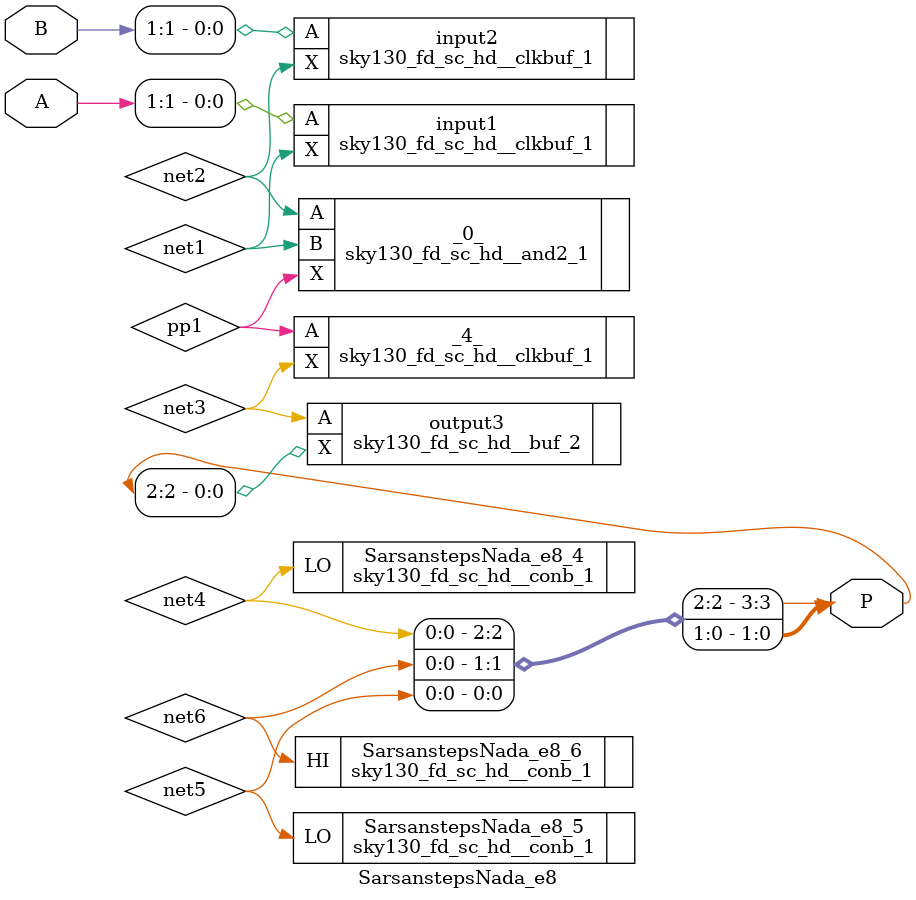
<source format=v>
module SarsanstepsNada_e8 (A,
    B,
    P);
 input [1:0] A;
 input [1:0] B;
 output [3:0] P;

 wire net6;
 wire net5;
 wire pp1;
 wire net1;
 wire net2;
 wire net3;
 wire net4;

 sky130_fd_sc_hd__and2_1 _0_ (.A(net2),
    .B(net1),
    .X(pp1));
 sky130_ef_sc_hd__decap_12 FILLER_0_3 ();
 sky130_fd_sc_hd__conb_1 SarsanstepsNada_e8_5 (.LO(net5));
 sky130_fd_sc_hd__conb_1 SarsanstepsNada_e8_6 (.HI(net6));
 sky130_fd_sc_hd__clkbuf_1 _4_ (.A(pp1),
    .X(net3));
 sky130_fd_sc_hd__decap_3 PHY_EDGE_ROW_0_Right_0 ();
 sky130_fd_sc_hd__decap_3 PHY_EDGE_ROW_1_Right_1 ();
 sky130_fd_sc_hd__decap_3 PHY_EDGE_ROW_2_Right_2 ();
 sky130_fd_sc_hd__decap_3 PHY_EDGE_ROW_3_Right_3 ();
 sky130_fd_sc_hd__decap_3 PHY_EDGE_ROW_4_Right_4 ();
 sky130_fd_sc_hd__decap_3 PHY_EDGE_ROW_5_Right_5 ();
 sky130_fd_sc_hd__decap_3 PHY_EDGE_ROW_6_Right_6 ();
 sky130_fd_sc_hd__decap_3 PHY_EDGE_ROW_7_Right_7 ();
 sky130_fd_sc_hd__decap_3 PHY_EDGE_ROW_8_Right_8 ();
 sky130_fd_sc_hd__decap_3 PHY_EDGE_ROW_9_Right_9 ();
 sky130_fd_sc_hd__decap_3 PHY_EDGE_ROW_0_Left_10 ();
 sky130_fd_sc_hd__decap_3 PHY_EDGE_ROW_1_Left_11 ();
 sky130_fd_sc_hd__decap_3 PHY_EDGE_ROW_2_Left_12 ();
 sky130_fd_sc_hd__decap_3 PHY_EDGE_ROW_3_Left_13 ();
 sky130_fd_sc_hd__decap_3 PHY_EDGE_ROW_4_Left_14 ();
 sky130_fd_sc_hd__decap_3 PHY_EDGE_ROW_5_Left_15 ();
 sky130_fd_sc_hd__decap_3 PHY_EDGE_ROW_6_Left_16 ();
 sky130_fd_sc_hd__decap_3 PHY_EDGE_ROW_7_Left_17 ();
 sky130_fd_sc_hd__decap_3 PHY_EDGE_ROW_8_Left_18 ();
 sky130_fd_sc_hd__decap_3 PHY_EDGE_ROW_9_Left_19 ();
 sky130_fd_sc_hd__tapvpwrvgnd_1 TAP_TAPCELL_ROW_0_20 ();
 sky130_fd_sc_hd__tapvpwrvgnd_1 TAP_TAPCELL_ROW_0_21 ();
 sky130_fd_sc_hd__tapvpwrvgnd_1 TAP_TAPCELL_ROW_1_22 ();
 sky130_fd_sc_hd__tapvpwrvgnd_1 TAP_TAPCELL_ROW_2_23 ();
 sky130_fd_sc_hd__tapvpwrvgnd_1 TAP_TAPCELL_ROW_3_24 ();
 sky130_fd_sc_hd__tapvpwrvgnd_1 TAP_TAPCELL_ROW_4_25 ();
 sky130_fd_sc_hd__tapvpwrvgnd_1 TAP_TAPCELL_ROW_5_26 ();
 sky130_fd_sc_hd__tapvpwrvgnd_1 TAP_TAPCELL_ROW_6_27 ();
 sky130_fd_sc_hd__tapvpwrvgnd_1 TAP_TAPCELL_ROW_7_28 ();
 sky130_fd_sc_hd__tapvpwrvgnd_1 TAP_TAPCELL_ROW_8_29 ();
 sky130_fd_sc_hd__tapvpwrvgnd_1 TAP_TAPCELL_ROW_9_30 ();
 sky130_fd_sc_hd__tapvpwrvgnd_1 TAP_TAPCELL_ROW_9_31 ();
 sky130_fd_sc_hd__clkbuf_1 input1 (.A(A[1]),
    .X(net1));
 sky130_fd_sc_hd__clkbuf_1 input2 (.A(B[1]),
    .X(net2));
 sky130_fd_sc_hd__buf_2 output3 (.A(net3),
    .X(P[2]));
 sky130_fd_sc_hd__conb_1 SarsanstepsNada_e8_4 (.LO(net4));
 sky130_ef_sc_hd__decap_12 FILLER_0_15 ();
 sky130_fd_sc_hd__fill_1 FILLER_0_27 ();
 sky130_ef_sc_hd__decap_12 FILLER_0_29 ();
 sky130_ef_sc_hd__decap_12 FILLER_0_41 ();
 sky130_fd_sc_hd__decap_3 FILLER_0_53 ();
 sky130_ef_sc_hd__decap_12 FILLER_0_57 ();
 sky130_ef_sc_hd__decap_12 FILLER_0_69 ();
 sky130_ef_sc_hd__decap_12 FILLER_1_3 ();
 sky130_ef_sc_hd__decap_12 FILLER_1_15 ();
 sky130_ef_sc_hd__decap_12 FILLER_1_27 ();
 sky130_ef_sc_hd__decap_12 FILLER_1_39 ();
 sky130_fd_sc_hd__decap_4 FILLER_1_51 ();
 sky130_fd_sc_hd__fill_1 FILLER_1_55 ();
 sky130_ef_sc_hd__decap_12 FILLER_1_57 ();
 sky130_ef_sc_hd__decap_12 FILLER_1_69 ();
 sky130_ef_sc_hd__decap_12 FILLER_2_3 ();
 sky130_ef_sc_hd__decap_12 FILLER_2_15 ();
 sky130_fd_sc_hd__fill_1 FILLER_2_27 ();
 sky130_ef_sc_hd__decap_12 FILLER_2_29 ();
 sky130_ef_sc_hd__decap_12 FILLER_2_41 ();
 sky130_ef_sc_hd__decap_12 FILLER_2_53 ();
 sky130_ef_sc_hd__decap_12 FILLER_2_65 ();
 sky130_fd_sc_hd__decap_4 FILLER_2_77 ();
 sky130_ef_sc_hd__decap_12 FILLER_3_3 ();
 sky130_fd_sc_hd__decap_4 FILLER_3_15 ();
 sky130_ef_sc_hd__decap_12 FILLER_3_22 ();
 sky130_ef_sc_hd__decap_12 FILLER_3_34 ();
 sky130_fd_sc_hd__decap_8 FILLER_3_46 ();
 sky130_fd_sc_hd__fill_2 FILLER_3_54 ();
 sky130_ef_sc_hd__decap_12 FILLER_3_57 ();
 sky130_ef_sc_hd__decap_12 FILLER_3_69 ();
 sky130_fd_sc_hd__decap_6 FILLER_4_6 ();
 sky130_fd_sc_hd__decap_8 FILLER_4_17 ();
 sky130_fd_sc_hd__decap_3 FILLER_4_25 ();
 sky130_ef_sc_hd__decap_12 FILLER_4_29 ();
 sky130_ef_sc_hd__decap_12 FILLER_4_41 ();
 sky130_ef_sc_hd__decap_12 FILLER_4_53 ();
 sky130_ef_sc_hd__decap_12 FILLER_4_65 ();
 sky130_ef_sc_hd__decap_12 FILLER_5_6 ();
 sky130_ef_sc_hd__decap_12 FILLER_5_18 ();
 sky130_ef_sc_hd__decap_12 FILLER_5_30 ();
 sky130_ef_sc_hd__decap_12 FILLER_5_42 ();
 sky130_fd_sc_hd__fill_2 FILLER_5_54 ();
 sky130_ef_sc_hd__decap_12 FILLER_5_57 ();
 sky130_fd_sc_hd__decap_8 FILLER_5_69 ();
 sky130_fd_sc_hd__fill_1 FILLER_5_77 ();
 sky130_ef_sc_hd__decap_12 FILLER_6_6 ();
 sky130_fd_sc_hd__decap_8 FILLER_6_18 ();
 sky130_fd_sc_hd__fill_2 FILLER_6_26 ();
 sky130_ef_sc_hd__decap_12 FILLER_6_29 ();
 sky130_ef_sc_hd__decap_12 FILLER_6_41 ();
 sky130_ef_sc_hd__decap_12 FILLER_6_53 ();
 sky130_ef_sc_hd__decap_12 FILLER_6_65 ();
 sky130_fd_sc_hd__fill_1 FILLER_6_77 ();
 sky130_ef_sc_hd__decap_12 FILLER_7_3 ();
 sky130_ef_sc_hd__decap_12 FILLER_7_15 ();
 sky130_ef_sc_hd__decap_12 FILLER_7_27 ();
 sky130_ef_sc_hd__decap_12 FILLER_7_39 ();
 sky130_fd_sc_hd__decap_4 FILLER_7_51 ();
 sky130_fd_sc_hd__fill_1 FILLER_7_55 ();
 sky130_ef_sc_hd__decap_12 FILLER_7_57 ();
 sky130_ef_sc_hd__decap_12 FILLER_7_69 ();
 sky130_ef_sc_hd__decap_12 FILLER_8_3 ();
 sky130_ef_sc_hd__decap_12 FILLER_8_15 ();
 sky130_fd_sc_hd__fill_1 FILLER_8_27 ();
 sky130_ef_sc_hd__decap_12 FILLER_8_29 ();
 sky130_ef_sc_hd__decap_12 FILLER_8_41 ();
 sky130_ef_sc_hd__decap_12 FILLER_8_53 ();
 sky130_ef_sc_hd__decap_12 FILLER_8_65 ();
 sky130_fd_sc_hd__decap_4 FILLER_8_77 ();
 sky130_ef_sc_hd__decap_12 FILLER_9_3 ();
 sky130_ef_sc_hd__decap_12 FILLER_9_15 ();
 sky130_fd_sc_hd__fill_1 FILLER_9_27 ();
 sky130_ef_sc_hd__decap_12 FILLER_9_29 ();
 sky130_ef_sc_hd__decap_12 FILLER_9_41 ();
 sky130_fd_sc_hd__decap_3 FILLER_9_53 ();
 sky130_ef_sc_hd__decap_12 FILLER_9_57 ();
 sky130_ef_sc_hd__decap_12 FILLER_9_69 ();
 assign P[0] = net5;
 assign P[1] = net6;
 assign P[3] = net4;
endmodule

</source>
